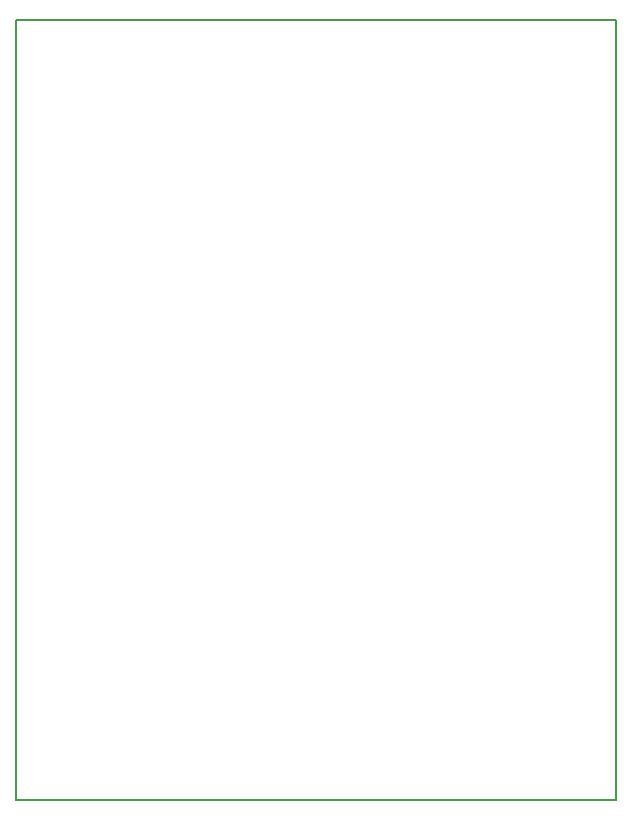
<source format=gm1>
G04 Layer_Color=16711935*
%FSLAX25Y25*%
%MOIN*%
G70*
G01*
G75*
%ADD27C,0.00500*%
D27*
X110000Y110000D02*
Y370000D01*
X310000D01*
Y110000D02*
Y370000D01*
X110000Y110000D02*
X310000D01*
M02*

</source>
